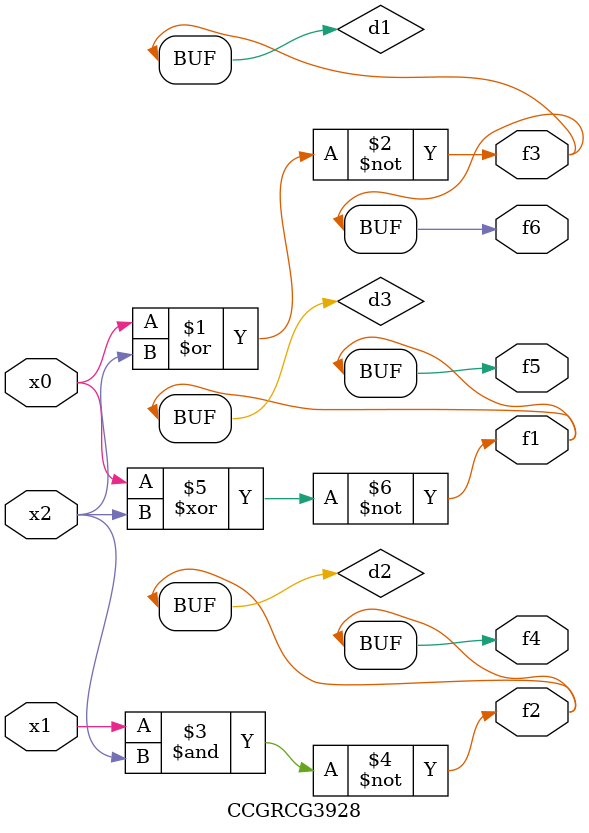
<source format=v>
module CCGRCG3928(
	input x0, x1, x2,
	output f1, f2, f3, f4, f5, f6
);

	wire d1, d2, d3;

	nor (d1, x0, x2);
	nand (d2, x1, x2);
	xnor (d3, x0, x2);
	assign f1 = d3;
	assign f2 = d2;
	assign f3 = d1;
	assign f4 = d2;
	assign f5 = d3;
	assign f6 = d1;
endmodule

</source>
